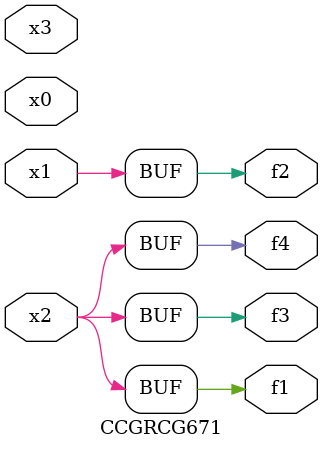
<source format=v>
module CCGRCG671(
	input x0, x1, x2, x3,
	output f1, f2, f3, f4
);
	assign f1 = x2;
	assign f2 = x1;
	assign f3 = x2;
	assign f4 = x2;
endmodule

</source>
